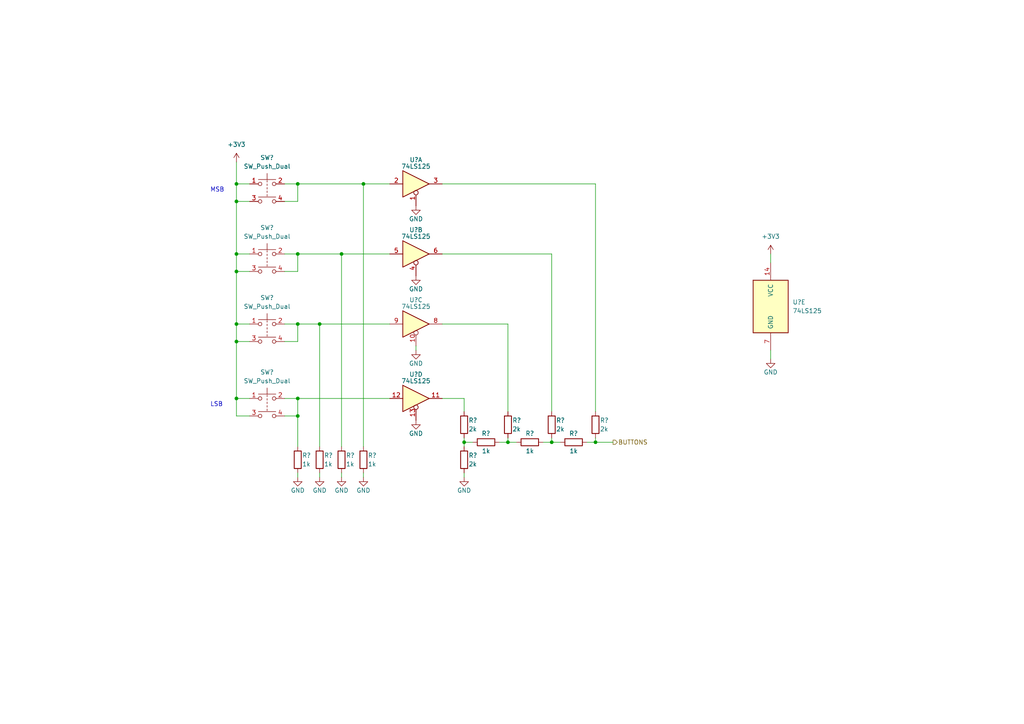
<source format=kicad_sch>
(kicad_sch (version 20211123) (generator eeschema)
  (paper "A4")
  (lib_symbols
    (symbol "74xx:74LS125" (pin_names (offset 1.016))
      (property "Reference" "U" (at 0 1.27 0))
      (property "Value" "74LS125" (at 0 -1.27 0))
      (symbol "74LS125_1_0"
        (polyline (pts (xy -3.81 3.81) (xy -3.81 -3.81) (xy 3.81 0) (xy -3.81 3.81)) (stroke (width 0.254)) (fill (type background)))
        (pin input inverted (at 0 -6.35 90) (length 4.445) (name "~") (number "1"))
        (pin input line (at -7.62 0 0) (length 3.81) (name "~") (number "2"))
        (pin tri_state line (at 7.62 0 180) (length 3.81) (name "~") (number "3"))
      )
      (symbol "74LS125_2_0"
        (polyline (pts (xy -3.81 3.81) (xy -3.81 -3.81) (xy 3.81 0) (xy -3.81 3.81)) (stroke (width 0.254)) (fill (type background)))
        (pin input inverted (at 0 -6.35 90) (length 4.445) (name "~") (number "4"))
        (pin input line (at -7.62 0 0) (length 3.81) (name "~") (number "5"))
        (pin tri_state line (at 7.62 0 180) (length 3.81) (name "~") (number "6"))
      )
      (symbol "74LS125_3_0"
        (polyline (pts (xy -3.81 3.81) (xy -3.81 -3.81) (xy 3.81 0) (xy -3.81 3.81)) (stroke (width 0.254)) (fill (type background)))
        (pin input inverted (at 0 -6.35 90) (length 4.445) (name "~") (number "10"))
        (pin tri_state line (at 7.62 0 180) (length 3.81) (name "~") (number "8"))
        (pin input line (at -7.62 0 0) (length 3.81) (name "~") (number "9"))
      )
      (symbol "74LS125_4_0"
        (polyline (pts (xy -3.81 3.81) (xy -3.81 -3.81) (xy 3.81 0) (xy -3.81 3.81)) (stroke (width 0.254)) (fill (type background)))
        (pin tri_state line (at 7.62 0 180) (length 3.81) (name "~") (number "11"))
        (pin input line (at -7.62 0 0) (length 3.81) (name "~") (number "12"))
        (pin input inverted (at 0 -6.35 90) (length 4.445) (name "~") (number "13"))
      )
      (symbol "74LS125_5_0"
        (pin power_in line (at 0 12.7 270) (length 5.08) (name "VCC") (number "14"))
        (pin power_in line (at 0 -12.7 90) (length 5.08) (name "GND") (number "7"))
      )
      (symbol "74LS125_5_1"
        (rectangle (start -5.08 7.62) (end 5.08 -7.62) (stroke (width 0.254)) (fill (type background)))
      )
    )
    (symbol "Device:R" (pin_numbers hide) (pin_names (offset 0))
      (property "Reference" "R" (at 2.032 0 90))
      (property "Value" "R" (at 0 0 90))
      (symbol "R_0_1"
        (rectangle (start -1.016 -2.54) (end 1.016 2.54) (stroke (width 0.254)))
      )
      (symbol "R_1_1"
        (pin passive line (at 0 3.81 270) (length 1.27) (name "~") (number "1"))
        (pin passive line (at 0 -3.81 90) (length 1.27) (name "~") (number "2"))
      )
    )
    (symbol "Switch:SW_Push_Dual" (pin_names (offset 1.016) hide)
      (property "Reference" "SW" (at 1.27 2.54 0))
      (property "Value" "SW_Push_Dual" (at 0 -6.858 0))
      (symbol "SW_Push_Dual_0_1"
        (circle (center -2.032 -5.08) (radius 0.508))
        (circle (center -2.032 0) (radius 0.508))
        (polyline (pts (xy 0 -3.048) (xy 0 -3.556)))
        (polyline (pts (xy 0 -2.032) (xy 0 -2.54)))
        (polyline (pts (xy 0 -1.524) (xy 0 -1.016)))
        (polyline (pts (xy 0 -0.508) (xy 0 0)))
        (polyline (pts (xy 0 0.508) (xy 0 1.016)))
        (polyline (pts (xy 0 1.27) (xy 0 3.048)))
        (polyline (pts (xy 2.54 -3.81) (xy -2.54 -3.81)))
        (polyline (pts (xy 2.54 1.27) (xy -2.54 1.27)))
        (circle (center 2.032 -5.08) (radius 0.508))
        (circle (center 2.032 0) (radius 0.508))
        (pin passive line (at -5.08 0 0) (length 2.54) (name "1") (number "1"))
        (pin passive line (at 5.08 0 180) (length 2.54) (name "2") (number "2"))
        (pin passive line (at -5.08 -5.08 0) (length 2.54) (name "3") (number "3"))
        (pin passive line (at 5.08 -5.08 180) (length 2.54) (name "4") (number "4"))
      )
    )
    (symbol "power:+3.3V" (power) (pin_names (offset 0))
      (property "Value" "+3.3V" (at 0 3.556 0))
      (symbol "+3.3V_0_1"
        (polyline (pts (xy -0.762 1.27) (xy 0 2.54)))
        (polyline (pts (xy 0 0) (xy 0 2.54)))
        (polyline (pts (xy 0 2.54) (xy 0.762 1.27)))
      )
      (symbol "+3.3V_1_1"
        (pin power_in line (at 0 0 90) (length 0) hide (name "+3V3") (number "1"))
      )
    )
    (symbol "power:GND" (power) (pin_names (offset 0))
      (property "Value" "GND" (at 0 -3.81 0))
      (symbol "GND_0_1"
        (polyline (pts (xy 0 0) (xy 0 -1.27) (xy 1.27 -1.27) (xy 0 -2.54) (xy -1.27 -1.27) (xy 0 -1.27)))
      )
      (symbol "GND_1_1"
        (pin power_in line (at 0 0 270) (length 0) hide (name "GND") (number "1"))
      )
    )
  )
  (junction (at 68.58 115.57))
  (junction (at 86.36 120.65))
  (junction (at 172.72 128.27))
  (junction (at 68.58 73.66))
  (junction (at 160.02 128.27))
  (junction (at 68.58 99.06))
  (junction (at 86.36 115.57))
  (junction (at 68.58 58.42))
  (junction (at 147.32 128.27))
  (junction (at 86.36 53.34))
  (junction (at 86.36 93.98))
  (junction (at 68.58 53.34))
  (junction (at 99.06 73.66))
  (junction (at 92.71 93.98))
  (junction (at 86.36 73.66))
  (junction (at 105.41 53.34))
  (junction (at 68.58 93.98))
  (junction (at 134.62 128.27))
  (junction (at 68.58 78.74))
  (wire (pts (xy 68.58 58.42) (xy 68.58 53.34)))
  (wire (pts (xy 170.18 128.27) (xy 172.72 128.27)))
  (wire (pts (xy 172.72 127) (xy 172.72 128.27)))
  (wire (pts (xy 147.32 128.27) (xy 149.86 128.27)))
  (wire (pts (xy 147.32 93.98) (xy 147.32 119.38)))
  (wire (pts (xy 82.55 99.06) (xy 86.36 99.06)))
  (wire (pts (xy 134.62 137.16) (xy 134.62 138.43)))
  (wire (pts (xy 68.58 120.65) (xy 68.58 115.57)))
  (wire (pts (xy 86.36 73.66) (xy 99.06 73.66)))
  (wire (pts (xy 68.58 93.98) (xy 72.39 93.98)))
  (wire (pts (xy 120.65 100.33) (xy 120.65 101.6)))
  (wire (pts (xy 134.62 128.27) (xy 134.62 129.54)))
  (wire (pts (xy 105.41 129.54) (xy 105.41 53.34)))
  (wire (pts (xy 160.02 128.27) (xy 162.56 128.27)))
  (wire (pts (xy 72.39 53.34) (xy 68.58 53.34)))
  (wire (pts (xy 223.52 73.66) (xy 223.52 76.2)))
  (wire (pts (xy 68.58 58.42) (xy 72.39 58.42)))
  (wire (pts (xy 68.58 78.74) (xy 68.58 73.66)))
  (wire (pts (xy 82.55 115.57) (xy 86.36 115.57)))
  (wire (pts (xy 172.72 53.34) (xy 172.72 119.38)))
  (wire (pts (xy 92.71 93.98) (xy 92.71 129.54)))
  (wire (pts (xy 128.27 93.98) (xy 147.32 93.98)))
  (wire (pts (xy 99.06 137.16) (xy 99.06 138.43)))
  (wire (pts (xy 86.36 93.98) (xy 92.71 93.98)))
  (wire (pts (xy 82.55 73.66) (xy 86.36 73.66)))
  (wire (pts (xy 82.55 93.98) (xy 86.36 93.98)))
  (wire (pts (xy 86.36 115.57) (xy 113.03 115.57)))
  (wire (pts (xy 223.52 104.14) (xy 223.52 101.6)))
  (wire (pts (xy 68.58 73.66) (xy 68.58 58.42)))
  (wire (pts (xy 92.71 137.16) (xy 92.71 138.43)))
  (wire (pts (xy 68.58 99.06) (xy 72.39 99.06)))
  (wire (pts (xy 157.48 128.27) (xy 160.02 128.27)))
  (wire (pts (xy 68.58 99.06) (xy 68.58 93.98)))
  (wire (pts (xy 68.58 115.57) (xy 68.58 99.06)))
  (wire (pts (xy 68.58 93.98) (xy 68.58 78.74)))
  (wire (pts (xy 128.27 73.66) (xy 160.02 73.66)))
  (wire (pts (xy 68.58 78.74) (xy 72.39 78.74)))
  (wire (pts (xy 92.71 93.98) (xy 113.03 93.98)))
  (wire (pts (xy 68.58 73.66) (xy 72.39 73.66)))
  (wire (pts (xy 172.72 128.27) (xy 177.8 128.27)))
  (wire (pts (xy 82.55 120.65) (xy 86.36 120.65)))
  (wire (pts (xy 134.62 127) (xy 134.62 128.27)))
  (wire (pts (xy 128.27 53.34) (xy 172.72 53.34)))
  (wire (pts (xy 86.36 137.16) (xy 86.36 138.43)))
  (wire (pts (xy 134.62 115.57) (xy 134.62 119.38)))
  (wire (pts (xy 99.06 73.66) (xy 99.06 129.54)))
  (wire (pts (xy 160.02 73.66) (xy 160.02 119.38)))
  (wire (pts (xy 86.36 78.74) (xy 86.36 73.66)))
  (wire (pts (xy 68.58 115.57) (xy 72.39 115.57)))
  (wire (pts (xy 86.36 53.34) (xy 105.41 53.34)))
  (wire (pts (xy 86.36 99.06) (xy 86.36 93.98)))
  (wire (pts (xy 147.32 128.27) (xy 144.78 128.27)))
  (wire (pts (xy 147.32 127) (xy 147.32 128.27)))
  (wire (pts (xy 99.06 73.66) (xy 113.03 73.66)))
  (wire (pts (xy 105.41 137.16) (xy 105.41 138.43)))
  (wire (pts (xy 134.62 128.27) (xy 137.16 128.27)))
  (wire (pts (xy 82.55 53.34) (xy 86.36 53.34)))
  (wire (pts (xy 82.55 58.42) (xy 86.36 58.42)))
  (wire (pts (xy 86.36 120.65) (xy 86.36 115.57)))
  (wire (pts (xy 72.39 120.65) (xy 68.58 120.65)))
  (wire (pts (xy 68.58 53.34) (xy 68.58 46.99)))
  (wire (pts (xy 105.41 53.34) (xy 113.03 53.34)))
  (wire (pts (xy 86.36 58.42) (xy 86.36 53.34)))
  (wire (pts (xy 82.55 78.74) (xy 86.36 78.74)))
  (wire (pts (xy 86.36 120.65) (xy 86.36 129.54)))
  (wire (pts (xy 160.02 127) (xy 160.02 128.27)))
  (wire (pts (xy 128.27 115.57) (xy 134.62 115.57)))
  (text "LSB" (at 60.96 118.11 0) (effects (font (size 1.27 1.27)) (justify left bottom)))
  (text "MSB" (at 60.96 55.88 0) (effects (font (size 1.27 1.27)) (justify left bottom)))
  (hierarchical_label "BUTTONS" (shape output) (at 177.8 128.27 0))
  (symbol (lib_id "Device:R") (at 92.71 133.35 0) (unit 1)
    (property "Reference" "R?" (at 93.98 132.08 0) (effects (justify left)))
    (property "Value" "1k" (at 93.98 134.62 0) (effects (justify left)))
    (property "Footprint" "Resistor_SMD:R_0805_2012Metric_Pad1.20x1.40mm_HandSolder" (effects hide))
  )
  (symbol (lib_id "power:GND") (at 120.65 80.01 0) (unit 1)
    (property "Reference" "#PWR?" (effects hide))
    (property "Value" "GND" (at 120.65 83.82 0))
  )
  (symbol (lib_id "power:GND") (at 120.65 121.92 0) (unit 1)
    (property "Reference" "#PWR?" (effects hide))
    (property "Value" "GND" (at 120.65 125.73 0))
  )
  (symbol (lib_id "power:GND") (at 223.52 104.14 0) (unit 1)
    (property "Reference" "#PWR?" (effects hide))
    (property "Value" "GND" (at 223.52 107.95 0))
  )
  (symbol (lib_id "74xx:74LS125") (at 120.65 53.34 0) (unit 1)
    (property "Reference" "U?" (at 120.65 46.355 0))
    (property "Value" "74LS125" (at 120.65 48.26 0))
    (property "Footprint" "Package_DIP:DIP-14_W7.62mm_Socket_LongPads" (effects hide))
    (property "Datasheet" "http://www.ti.com/lit/gpn/sn74LS125" (effects hide))
  )
  (symbol (lib_id "Device:R") (at 134.62 123.19 0) (unit 1)
    (property "Reference" "R?" (at 135.89 121.92 0) (effects (justify left)))
    (property "Value" "2k" (at 135.89 124.46 0) (effects (justify left)))
    (property "Footprint" "Resistor_SMD:R_0805_2012Metric_Pad1.20x1.40mm_HandSolder" (effects hide))
  )
  (symbol (lib_id "power:GND") (at 99.06 138.43 0) (unit 1)
    (property "Reference" "#PWR?" (effects hide))
    (property "Value" "GND" (at 99.06 142.24 0))
  )
  (symbol (lib_id "74xx:74LS125") (at 120.65 93.98 0) (unit 3)
    (property "Reference" "U?" (at 120.65 86.995 0))
    (property "Value" "74LS125" (at 120.65 88.9 0))
    (property "Footprint" "Package_DIP:DIP-14_W7.62mm_Socket_LongPads" (effects hide))
    (property "Datasheet" "http://www.ti.com/lit/gpn/sn74LS125" (effects hide))
  )
  (symbol (lib_id "power:GND") (at 134.62 138.43 0) (unit 1)
    (property "Reference" "#PWR?" (effects hide))
    (property "Value" "GND" (at 134.62 142.24 0))
  )
  (symbol (lib_id "Switch:SW_Push_Dual") (at 77.47 115.57 0) (unit 1)
    (property "Reference" "SW?" (at 77.47 107.95 0))
    (property "Value" "SW_Push_Dual" (at 77.47 110.49 0))
  )
  (symbol (lib_id "Device:R") (at 166.37 128.27 90) (unit 1)
    (property "Reference" "R?" (at 166.37 125.73 90))
    (property "Value" "1k" (at 166.37 130.81 90))
    (property "Footprint" "Resistor_SMD:R_0805_2012Metric_Pad1.20x1.40mm_HandSolder" (effects hide))
  )
  (symbol (lib_id "Device:R") (at 86.36 133.35 0) (unit 1)
    (property "Reference" "R?" (at 87.63 132.08 0) (effects (justify left)))
    (property "Value" "1k" (at 87.63 134.62 0) (effects (justify left)))
    (property "Footprint" "Resistor_SMD:R_0805_2012Metric_Pad1.20x1.40mm_HandSolder" (effects hide))
  )
  (symbol (lib_id "power:GND") (at 92.71 138.43 0) (unit 1)
    (property "Reference" "#PWR?" (effects hide))
    (property "Value" "GND" (at 92.71 142.24 0))
  )
  (symbol (lib_id "74xx:74LS125") (at 223.52 88.9 0) (unit 5)
    (property "Reference" "U?" (at 229.87 87.6299 0) (effects (justify left)))
    (property "Value" "74LS125" (at 229.87 90.1699 0) (effects (justify left)))
    (property "Footprint" "Package_DIP:DIP-14_W7.62mm_Socket_LongPads" (effects hide))
    (property "Datasheet" "http://www.ti.com/lit/gpn/sn74LS125" (effects hide))
  )
  (symbol (lib_id "power:GND") (at 120.65 59.69 0) (unit 1)
    (property "Reference" "#PWR?" (effects hide))
    (property "Value" "GND" (at 120.65 63.5 0))
  )
  (symbol (lib_id "Switch:SW_Push_Dual") (at 77.47 93.98 0) (unit 1)
    (property "Reference" "SW?" (at 77.47 86.36 0))
    (property "Value" "SW_Push_Dual" (at 77.47 88.9 0))
  )
  (symbol (lib_id "power:GND") (at 120.65 101.6 0) (unit 1)
    (property "Reference" "#PWR?" (effects hide))
    (property "Value" "GND" (at 120.65 105.41 0))
  )
  (symbol (lib_id "power:+3.3V") (at 68.58 46.99 0) (unit 1)
    (property "Reference" "#PWR?" (effects hide))
    (property "Value" "+3.3V" (at 68.58 41.91 0))
  )
  (symbol (lib_id "Device:R") (at 134.62 133.35 0) (unit 1)
    (property "Reference" "R?" (at 135.89 132.08 0) (effects (justify left)))
    (property "Value" "2k" (at 135.89 134.62 0) (effects (justify left)))
    (property "Footprint" "Resistor_SMD:R_0805_2012Metric_Pad1.20x1.40mm_HandSolder" (effects hide))
  )
  (symbol (lib_id "power:GND") (at 86.36 138.43 0) (unit 1)
    (property "Reference" "#PWR?" (effects hide))
    (property "Value" "GND" (at 86.36 142.24 0))
  )
  (symbol (lib_id "Switch:SW_Push_Dual") (at 77.47 53.34 0) (unit 1)
    (property "Reference" "SW?" (at 77.47 45.72 0))
    (property "Value" "SW_Push_Dual" (at 77.47 48.26 0))
  )
  (symbol (lib_id "power:GND") (at 105.41 138.43 0) (unit 1)
    (property "Reference" "#PWR?" (effects hide))
    (property "Value" "GND" (at 105.41 142.24 0))
  )
  (symbol (lib_id "Device:R") (at 160.02 123.19 0) (unit 1)
    (property "Reference" "R?" (at 161.29 121.92 0) (effects (justify left)))
    (property "Value" "2k" (at 161.29 124.46 0) (effects (justify left)))
    (property "Footprint" "Resistor_SMD:R_0805_2012Metric_Pad1.20x1.40mm_HandSolder" (effects hide))
  )
  (symbol (lib_id "Device:R") (at 153.67 128.27 90) (unit 1)
    (property "Reference" "R?" (at 153.67 125.73 90))
    (property "Value" "1k" (at 153.67 130.81 90))
    (property "Footprint" "Resistor_SMD:R_0805_2012Metric_Pad1.20x1.40mm_HandSolder" (effects hide))
  )
  (symbol (lib_id "Device:R") (at 140.97 128.27 90) (unit 1)
    (property "Reference" "R?" (at 140.97 125.73 90))
    (property "Value" "1k" (at 140.97 130.81 90))
    (property "Footprint" "Resistor_SMD:R_0805_2012Metric_Pad1.20x1.40mm_HandSolder" (effects hide))
  )
  (symbol (lib_id "power:+3.3V") (at 223.52 73.66 0) (unit 1)
    (property "Reference" "#PWR?" (effects hide))
    (property "Value" "+3.3V" (at 223.52 68.58 0))
  )
  (symbol (lib_id "Device:R") (at 147.32 123.19 0) (unit 1)
    (property "Reference" "R?" (at 148.59 121.92 0) (effects (justify left)))
    (property "Value" "2k" (at 148.59 124.46 0) (effects (justify left)))
    (property "Footprint" "Resistor_SMD:R_0805_2012Metric_Pad1.20x1.40mm_HandSolder" (effects hide))
  )
  (symbol (lib_id "Device:R") (at 105.41 133.35 0) (unit 1)
    (property "Reference" "R?" (at 106.68 132.08 0) (effects (justify left)))
    (property "Value" "1k" (at 106.68 134.62 0) (effects (justify left)))
    (property "Footprint" "Resistor_SMD:R_0805_2012Metric_Pad1.20x1.40mm_HandSolder" (effects hide))
  )
  (symbol (lib_id "74xx:74LS125") (at 120.65 73.66 0) (unit 2)
    (property "Reference" "U?" (at 120.65 66.675 0))
    (property "Value" "74LS125" (at 120.65 68.58 0))
    (property "Footprint" "Package_DIP:DIP-14_W7.62mm_Socket_LongPads" (effects hide))
    (property "Datasheet" "http://www.ti.com/lit/gpn/sn74LS125" (effects hide))
  )
  (symbol (lib_id "Device:R") (at 172.72 123.19 0) (unit 1)
    (property "Reference" "R?" (at 173.99 121.92 0) (effects (justify left)))
    (property "Value" "2k" (at 173.99 124.46 0) (effects (justify left)))
    (property "Footprint" "Resistor_SMD:R_0805_2012Metric_Pad1.20x1.40mm_HandSolder" (effects hide))
  )
  (symbol (lib_id "74xx:74LS125") (at 120.65 115.57 0) (unit 4)
    (property "Reference" "U?" (at 120.65 108.585 0))
    (property "Value" "74LS125" (at 120.65 110.49 0))
    (property "Footprint" "Package_DIP:DIP-14_W7.62mm_Socket_LongPads" (effects hide))
    (property "Datasheet" "http://www.ti.com/lit/gpn/sn74LS125" (effects hide))
  )
  (symbol (lib_id "Device:R") (at 99.06 133.35 0) (unit 1)
    (property "Reference" "R?" (at 100.33 132.08 0) (effects (justify left)))
    (property "Value" "1k" (at 100.33 134.62 0) (effects (justify left)))
    (property "Footprint" "Resistor_SMD:R_0805_2012Metric_Pad1.20x1.40mm_HandSolder" (effects hide))
  )
  (symbol (lib_id "Switch:SW_Push_Dual") (at 77.47 73.66 0) (unit 1)
    (property "Reference" "SW?" (at 77.47 66.04 0))
    (property "Value" "SW_Push_Dual" (at 77.47 68.58 0))
  )
)
</source>
